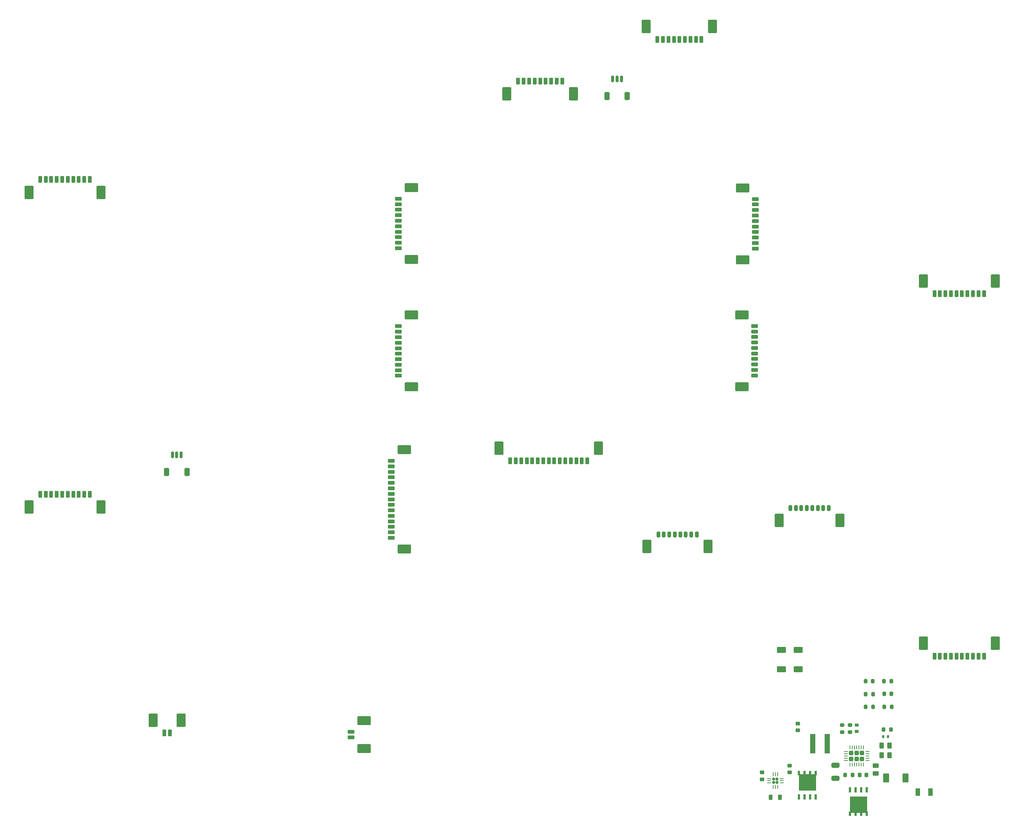
<source format=gbr>
%TF.GenerationSoftware,KiCad,Pcbnew,(7.0.0)*%
%TF.CreationDate,2023-04-25T15:07:43+02:00*%
%TF.ProjectId,EGSE,45475345-2e6b-4696-9361-645f70636258,rev?*%
%TF.SameCoordinates,Original*%
%TF.FileFunction,Paste,Top*%
%TF.FilePolarity,Positive*%
%FSLAX46Y46*%
G04 Gerber Fmt 4.6, Leading zero omitted, Abs format (unit mm)*
G04 Created by KiCad (PCBNEW (7.0.0)) date 2023-04-25 15:07:43*
%MOMM*%
%LPD*%
G01*
G04 APERTURE LIST*
G04 Aperture macros list*
%AMRoundRect*
0 Rectangle with rounded corners*
0 $1 Rounding radius*
0 $2 $3 $4 $5 $6 $7 $8 $9 X,Y pos of 4 corners*
0 Add a 4 corners polygon primitive as box body*
4,1,4,$2,$3,$4,$5,$6,$7,$8,$9,$2,$3,0*
0 Add four circle primitives for the rounded corners*
1,1,$1+$1,$2,$3*
1,1,$1+$1,$4,$5*
1,1,$1+$1,$6,$7*
1,1,$1+$1,$8,$9*
0 Add four rect primitives between the rounded corners*
20,1,$1+$1,$2,$3,$4,$5,0*
20,1,$1+$1,$4,$5,$6,$7,0*
20,1,$1+$1,$6,$7,$8,$9,0*
20,1,$1+$1,$8,$9,$2,$3,0*%
G04 Aperture macros list end*
%ADD10RoundRect,0.200000X-0.200000X-0.600000X0.200000X-0.600000X0.200000X0.600000X-0.200000X0.600000X0*%
%ADD11RoundRect,0.250001X-0.799999X-1.249999X0.799999X-1.249999X0.799999X1.249999X-0.799999X1.249999X0*%
%ADD12RoundRect,0.218750X0.218750X0.381250X-0.218750X0.381250X-0.218750X-0.381250X0.218750X-0.381250X0*%
%ADD13RoundRect,0.250000X0.450000X0.800000X-0.450000X0.800000X-0.450000X-0.800000X0.450000X-0.800000X0*%
%ADD14RoundRect,0.200000X0.200000X0.275000X-0.200000X0.275000X-0.200000X-0.275000X0.200000X-0.275000X0*%
%ADD15RoundRect,0.225000X0.250000X-0.225000X0.250000X0.225000X-0.250000X0.225000X-0.250000X-0.225000X0*%
%ADD16RoundRect,0.200000X0.600000X-0.200000X0.600000X0.200000X-0.600000X0.200000X-0.600000X-0.200000X0*%
%ADD17RoundRect,0.250001X1.249999X-0.799999X1.249999X0.799999X-1.249999X0.799999X-1.249999X-0.799999X0*%
%ADD18RoundRect,0.250000X-0.450000X0.262500X-0.450000X-0.262500X0.450000X-0.262500X0.450000X0.262500X0*%
%ADD19RoundRect,0.200000X0.200000X0.600000X-0.200000X0.600000X-0.200000X-0.600000X0.200000X-0.600000X0*%
%ADD20RoundRect,0.250001X0.799999X1.249999X-0.799999X1.249999X-0.799999X-1.249999X0.799999X-1.249999X0*%
%ADD21RoundRect,0.250000X-0.800000X0.450000X-0.800000X-0.450000X0.800000X-0.450000X0.800000X0.450000X0*%
%ADD22RoundRect,0.200000X0.275000X-0.200000X0.275000X0.200000X-0.275000X0.200000X-0.275000X-0.200000X0*%
%ADD23RoundRect,0.160000X0.160000X-0.160000X0.160000X0.160000X-0.160000X0.160000X-0.160000X-0.160000X0*%
%ADD24RoundRect,0.062500X0.062500X-0.350000X0.062500X0.350000X-0.062500X0.350000X-0.062500X-0.350000X0*%
%ADD25RoundRect,0.062500X0.350000X-0.062500X0.350000X0.062500X-0.350000X0.062500X-0.350000X-0.062500X0*%
%ADD26RoundRect,0.225000X-0.250000X0.225000X-0.250000X-0.225000X0.250000X-0.225000X0.250000X0.225000X0*%
%ADD27RoundRect,0.200000X-0.600000X0.200000X-0.600000X-0.200000X0.600000X-0.200000X0.600000X0.200000X0*%
%ADD28RoundRect,0.250001X-1.249999X0.799999X-1.249999X-0.799999X1.249999X-0.799999X1.249999X0.799999X0*%
%ADD29R,0.900000X0.650000*%
%ADD30RoundRect,0.200000X-0.275000X0.200000X-0.275000X-0.200000X0.275000X-0.200000X0.275000X0.200000X0*%
%ADD31RoundRect,0.200000X-0.200000X-0.450000X0.200000X-0.450000X0.200000X0.450000X-0.200000X0.450000X0*%
%ADD32R,0.610000X1.270000*%
%ADD33R,3.910000X3.810000*%
%ADD34R,0.610000X1.020000*%
%ADD35RoundRect,0.245000X0.245000X-0.290000X0.245000X0.290000X-0.245000X0.290000X-0.245000X-0.290000X0*%
%ADD36RoundRect,0.062500X0.062500X-0.362500X0.062500X0.362500X-0.062500X0.362500X-0.062500X-0.362500X0*%
%ADD37RoundRect,0.062500X0.362500X-0.062500X0.362500X0.062500X-0.362500X0.062500X-0.362500X-0.062500X0*%
%ADD38RoundRect,0.135000X-0.135000X-0.185000X0.135000X-0.185000X0.135000X0.185000X-0.135000X0.185000X0*%
%ADD39RoundRect,0.250000X-0.262500X-0.450000X0.262500X-0.450000X0.262500X0.450000X-0.262500X0.450000X0*%
%ADD40R,1.180000X4.400000*%
%ADD41RoundRect,0.225000X0.225000X0.250000X-0.225000X0.250000X-0.225000X-0.250000X0.225000X-0.250000X0*%
%ADD42RoundRect,0.250000X-0.650000X0.325000X-0.650000X-0.325000X0.650000X-0.325000X0.650000X0.325000X0*%
%ADD43RoundRect,0.200000X-0.200000X-0.275000X0.200000X-0.275000X0.200000X0.275000X-0.200000X0.275000X0*%
%ADD44R,1.070000X1.680000*%
%ADD45RoundRect,0.150000X0.150000X0.600000X-0.150000X0.600000X-0.150000X-0.600000X0.150000X-0.600000X0*%
%ADD46RoundRect,0.250000X0.350000X0.650000X-0.350000X0.650000X-0.350000X-0.650000X0.350000X-0.650000X0*%
G04 APERTURE END LIST*
D10*
%TO.C,J34*%
X206200000Y-238600000D03*
X207450000Y-238600000D03*
X208700000Y-238600000D03*
X209950000Y-238600000D03*
X211200000Y-238600000D03*
X212450000Y-238600000D03*
X213700000Y-238600000D03*
X214950000Y-238600000D03*
X216200000Y-238600000D03*
X217450000Y-238600000D03*
D11*
X203650000Y-241500000D03*
X220000000Y-241500000D03*
%TD*%
D12*
%TO.C,L2*%
X374238602Y-307516878D03*
X372113602Y-307516878D03*
%TD*%
D13*
%TO.C,D3*%
X402767707Y-303128731D03*
X398367707Y-303128731D03*
%TD*%
D14*
%TO.C,RFG1*%
X399631787Y-286925478D03*
X397981787Y-286925478D03*
%TD*%
D10*
%TO.C,J49*%
X206200000Y-167000000D03*
X207450000Y-167000000D03*
X208700000Y-167000000D03*
X209950000Y-167000000D03*
X211200000Y-167000000D03*
X212450000Y-167000000D03*
X213700000Y-167000000D03*
X214950000Y-167000000D03*
X216200000Y-167000000D03*
X217450000Y-167000000D03*
D11*
X203650000Y-169900000D03*
X220000000Y-169900000D03*
%TD*%
D15*
%TO.C,C2*%
X378296148Y-292268887D03*
X378296148Y-290718887D03*
%TD*%
D16*
%TO.C,J46*%
X287600000Y-211625000D03*
X287600000Y-210375000D03*
X287600000Y-209125000D03*
X287600000Y-207875000D03*
X287600000Y-206625000D03*
X287600000Y-205375000D03*
X287600000Y-204125000D03*
X287600000Y-202875000D03*
X287600000Y-201625000D03*
X287600000Y-200375000D03*
D17*
X290500000Y-214175000D03*
X290500000Y-197825000D03*
%TD*%
D18*
%TO.C,R1*%
X396053214Y-300299488D03*
X396053214Y-302124488D03*
%TD*%
D19*
%TO.C,J47*%
X420625000Y-275400000D03*
X419375000Y-275400000D03*
X418125000Y-275400000D03*
X416875000Y-275400000D03*
X415625000Y-275400000D03*
X414375000Y-275400000D03*
X413125000Y-275400000D03*
X411875000Y-275400000D03*
X410625000Y-275400000D03*
X409375000Y-275400000D03*
D20*
X423175000Y-272500000D03*
X406825000Y-272500000D03*
%TD*%
D21*
%TO.C,D1*%
X374600102Y-273966878D03*
X374600102Y-278366878D03*
%TD*%
D19*
%TO.C,J40*%
X235625000Y-292900000D03*
X234375000Y-292900000D03*
D20*
X238175000Y-290000000D03*
X231825000Y-290000000D03*
%TD*%
D22*
%TO.C,RPF1*%
X388406384Y-292717165D03*
X388406384Y-291067165D03*
%TD*%
D16*
%TO.C,J51*%
X286000000Y-248500000D03*
X286000000Y-247250000D03*
X286000000Y-246000000D03*
X286000000Y-244750000D03*
X286000000Y-243500000D03*
X286000000Y-242250000D03*
X286000000Y-241000000D03*
X286000000Y-239750000D03*
X286000000Y-238500000D03*
X286000000Y-237250000D03*
X286000000Y-236000000D03*
X286000000Y-234750000D03*
X286000000Y-233500000D03*
X286000000Y-232250000D03*
X286000000Y-231000000D03*
D17*
X288900000Y-251050000D03*
X288900000Y-228450000D03*
%TD*%
D23*
%TO.C,IC1*%
X372827137Y-304153860D03*
X373627137Y-304153860D03*
X372827137Y-303353860D03*
X373627137Y-303353860D03*
D24*
X372727137Y-305191360D03*
X373227137Y-305191360D03*
X373727137Y-305191360D03*
D25*
X374664637Y-304253860D03*
X374664637Y-303753860D03*
X374664637Y-303253860D03*
D24*
X373727137Y-302316360D03*
X373227137Y-302316360D03*
X372727137Y-302316360D03*
D25*
X371789637Y-303253860D03*
X371789637Y-303753860D03*
X371789637Y-304253860D03*
%TD*%
D26*
%TO.C,C4*%
X370176102Y-301891878D03*
X370176102Y-303441878D03*
%TD*%
D14*
%TO.C,RFG2*%
X399601102Y-284016878D03*
X397951102Y-284016878D03*
%TD*%
%TO.C,R2*%
X390751102Y-302466878D03*
X389101102Y-302466878D03*
%TD*%
%TO.C,RFG3*%
X399551102Y-281116878D03*
X397901102Y-281116878D03*
%TD*%
D27*
%TO.C,J36*%
X368715310Y-171438485D03*
X368715310Y-172688485D03*
X368715310Y-173938485D03*
X368715310Y-175188485D03*
X368715310Y-176438485D03*
X368715310Y-177688485D03*
X368715310Y-178938485D03*
X368715310Y-180188485D03*
X368715310Y-181438485D03*
X368715310Y-182688485D03*
D28*
X365815310Y-168888485D03*
X365815310Y-185238485D03*
%TD*%
D29*
%TO.C,R4*%
X391726101Y-292510374D03*
X391726101Y-291060374D03*
%TD*%
D16*
%TO.C,J53*%
X276850000Y-293875000D03*
X276850000Y-292625000D03*
D17*
X279750000Y-296425000D03*
X279750000Y-290075000D03*
%TD*%
D30*
%TO.C,RPF2*%
X390182035Y-291086442D03*
X390182035Y-292736442D03*
%TD*%
D31*
%TO.C,J27*%
X346625000Y-247750000D03*
X347875000Y-247750000D03*
X349125000Y-247750000D03*
X350375000Y-247750000D03*
X351625000Y-247750000D03*
X352875000Y-247750000D03*
X354125000Y-247750000D03*
X355375000Y-247750000D03*
D11*
X344075000Y-250500000D03*
X357925000Y-250500000D03*
%TD*%
D10*
%TO.C,J38*%
X314786000Y-144600000D03*
X316036000Y-144600000D03*
X317286000Y-144600000D03*
X318536000Y-144600000D03*
X319786000Y-144600000D03*
X321036000Y-144600000D03*
X322286000Y-144600000D03*
X323536000Y-144600000D03*
X324786000Y-144600000D03*
D11*
X312236000Y-147500000D03*
X327336000Y-147500000D03*
%TD*%
D19*
%TO.C,J50*%
X356433056Y-135101719D03*
X355183056Y-135101719D03*
X353933056Y-135101719D03*
X352683056Y-135101719D03*
X351433056Y-135101719D03*
X350183056Y-135101719D03*
X348933056Y-135101719D03*
X347683056Y-135101719D03*
X346433056Y-135101719D03*
D20*
X358983056Y-132201719D03*
X343883056Y-132201719D03*
%TD*%
D26*
%TO.C,C5*%
X376449358Y-300291878D03*
X376449358Y-301841878D03*
%TD*%
D32*
%TO.C,Q1*%
X378602630Y-307467605D03*
X379872630Y-307467605D03*
X381142630Y-307467605D03*
X382412630Y-307467605D03*
D33*
X380507630Y-304107605D03*
D34*
X378602630Y-302002605D03*
X379872630Y-302002605D03*
X381142630Y-302002605D03*
X382412630Y-302002605D03*
%TD*%
D21*
%TO.C,D2*%
X378417511Y-273992396D03*
X378417511Y-278392396D03*
%TD*%
D35*
%TO.C,U1*%
X390478214Y-298807988D03*
X391698214Y-298807988D03*
X392918214Y-298807988D03*
X390478214Y-297487988D03*
X391698214Y-297487988D03*
X392918214Y-297487988D03*
D36*
X390198214Y-300097988D03*
X390698214Y-300097988D03*
X391198214Y-300097988D03*
X391698214Y-300097988D03*
X392198214Y-300097988D03*
X392698214Y-300097988D03*
X393198214Y-300097988D03*
D37*
X394148214Y-299147988D03*
X394148214Y-298647988D03*
X394148214Y-298147988D03*
X394148214Y-297647988D03*
X394148214Y-297147988D03*
D36*
X393198214Y-296197988D03*
X392698214Y-296197988D03*
X392198214Y-296197988D03*
X391698214Y-296197988D03*
X391198214Y-296197988D03*
X390698214Y-296197988D03*
X390198214Y-296197988D03*
D37*
X389248214Y-297147988D03*
X389248214Y-297647988D03*
X389248214Y-298147988D03*
X389248214Y-298647988D03*
X389248214Y-299147988D03*
%TD*%
D38*
%TO.C,RFB2*%
X397759413Y-293734830D03*
X398779413Y-293734830D03*
%TD*%
D39*
%TO.C,RP_FAULT1*%
X397356913Y-295766830D03*
X399181913Y-295766830D03*
%TD*%
D40*
%TO.C,L1*%
X384999999Y-295366152D03*
X381689999Y-295366152D03*
%TD*%
D32*
%TO.C,Q2*%
X394031101Y-305826877D03*
X392761101Y-305826877D03*
X391491101Y-305826877D03*
X390221101Y-305826877D03*
D33*
X392126101Y-309186877D03*
D34*
X394031101Y-311291877D03*
X392761101Y-311291877D03*
X391491101Y-311291877D03*
X390221101Y-311291877D03*
%TD*%
D19*
%TO.C,J48*%
X420625000Y-193000000D03*
X419375000Y-193000000D03*
X418125000Y-193000000D03*
X416875000Y-193000000D03*
X415625000Y-193000000D03*
X414375000Y-193000000D03*
X413125000Y-193000000D03*
X411875000Y-193000000D03*
X410625000Y-193000000D03*
X409375000Y-193000000D03*
D20*
X423175000Y-190100000D03*
X406825000Y-190100000D03*
%TD*%
D39*
%TO.C,RP_CHRG1*%
X397356913Y-297925830D03*
X399181913Y-297925830D03*
%TD*%
D41*
%TO.C,C1*%
X393901102Y-302466878D03*
X392351102Y-302466878D03*
%TD*%
D42*
%TO.C,C3*%
X386914386Y-300241878D03*
X386914386Y-303191878D03*
%TD*%
D28*
%TO.C,J35*%
X365611415Y-214124778D03*
X365611415Y-197774778D03*
D27*
X368511415Y-211574778D03*
X368511415Y-210324778D03*
X368511415Y-209074778D03*
X368511415Y-207824778D03*
X368511415Y-206574778D03*
X368511415Y-205324778D03*
X368511415Y-204074778D03*
X368511415Y-202824778D03*
X368511415Y-201574778D03*
X368511415Y-200324778D03*
%TD*%
D43*
%TO.C,RFB1*%
X397825413Y-292083830D03*
X399475413Y-292083830D03*
%TD*%
D19*
%TO.C,J39*%
X330500000Y-231000000D03*
X329250000Y-231000000D03*
X328000000Y-231000000D03*
X326750000Y-231000000D03*
X325500000Y-231000000D03*
X324250000Y-231000000D03*
X323000000Y-231000000D03*
X321750000Y-231000000D03*
X320500000Y-231000000D03*
X319250000Y-231000000D03*
X318000000Y-231000000D03*
X316750000Y-231000000D03*
X315500000Y-231000000D03*
X314250000Y-231000000D03*
X313000000Y-231000000D03*
D20*
X333050000Y-228100000D03*
X310450000Y-228100000D03*
%TD*%
D14*
%TO.C,RFV2*%
X395401730Y-284033737D03*
X393751730Y-284033737D03*
%TD*%
%TO.C,RFV3*%
X395361102Y-281116878D03*
X393711102Y-281116878D03*
%TD*%
D31*
%TO.C,J28*%
X376625000Y-241750000D03*
X377875000Y-241750000D03*
X379125000Y-241750000D03*
X380375000Y-241750000D03*
X381625000Y-241750000D03*
X382875000Y-241750000D03*
X384125000Y-241750000D03*
X385375000Y-241750000D03*
D11*
X374075000Y-244500000D03*
X387925000Y-244500000D03*
%TD*%
D16*
%TO.C,J37*%
X287600000Y-182625000D03*
X287600000Y-181375000D03*
X287600000Y-180125000D03*
X287600000Y-178875000D03*
X287600000Y-177625000D03*
X287600000Y-176375000D03*
X287600000Y-175125000D03*
X287600000Y-173875000D03*
X287600000Y-172625000D03*
X287600000Y-171375000D03*
D17*
X290500000Y-185175000D03*
X290500000Y-168825000D03*
%TD*%
D44*
%TO.C,F1*%
X408472035Y-306367565D03*
X405612035Y-306367565D03*
%TD*%
D14*
%TO.C,RFV1*%
X395419740Y-286909215D03*
X393769740Y-286909215D03*
%TD*%
D45*
%TO.C,J52*%
X236225000Y-229595000D03*
X237225000Y-229595000D03*
X238225000Y-229595000D03*
D46*
X239525000Y-233495000D03*
X234925000Y-233495000D03*
%TD*%
D45*
%TO.C,J41*%
X336283000Y-144100000D03*
X337283000Y-144100000D03*
X338283000Y-144100000D03*
D46*
X339583000Y-148000000D03*
X334983000Y-148000000D03*
%TD*%
M02*

</source>
